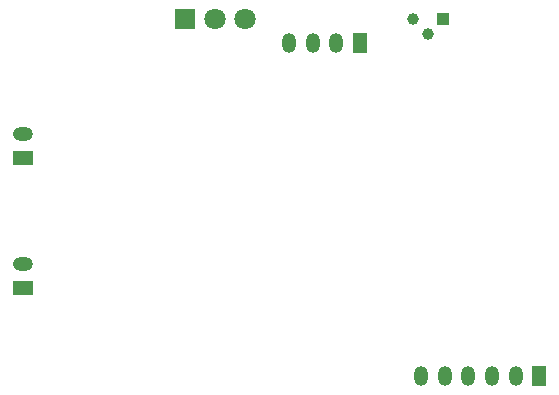
<source format=gbr>
G04 #@! TF.FileFunction,Soldermask,Bot*
%FSLAX46Y46*%
G04 Gerber Fmt 4.6, Leading zero omitted, Abs format (unit mm)*
G04 Created by KiCad (PCBNEW 4.0.7) date 11/11/17 16:51:54*
%MOMM*%
%LPD*%
G01*
G04 APERTURE LIST*
%ADD10C,0.100000*%
%ADD11R,1.200000X1.700000*%
%ADD12O,1.200000X1.700000*%
%ADD13R,1.700000X1.200000*%
%ADD14O,1.700000X1.200000*%
%ADD15R,1.800000X1.800000*%
%ADD16C,1.800000*%
%ADD17C,1.000000*%
%ADD18R,1.000000X1.000000*%
G04 APERTURE END LIST*
D10*
D11*
X114400000Y-74400000D03*
D12*
X112400000Y-74400000D03*
X110400000Y-74400000D03*
X108400000Y-74400000D03*
D13*
X85900000Y-95100000D03*
D14*
X85900000Y-93100000D03*
D11*
X129575000Y-102550000D03*
D12*
X127575000Y-102550000D03*
X125575000Y-102550000D03*
X123575000Y-102550000D03*
X121575000Y-102550000D03*
X119575000Y-102550000D03*
D15*
X99600000Y-72400000D03*
D16*
X104680000Y-72400000D03*
X102140000Y-72400000D03*
D17*
X120130000Y-73670000D03*
X118860000Y-72400000D03*
D18*
X121400000Y-72400000D03*
D13*
X85900000Y-84100000D03*
D14*
X85900000Y-82100000D03*
M02*

</source>
